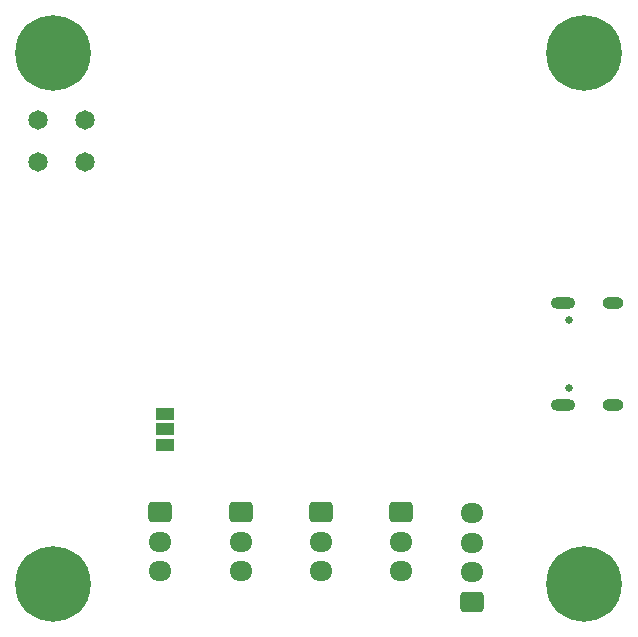
<source format=gbr>
%TF.GenerationSoftware,KiCad,Pcbnew,8.0.9-8.0.9-0~ubuntu24.04.1*%
%TF.CreationDate,2025-04-13T21:31:37+05:00*%
%TF.ProjectId,ThetaAnomalain,54686574-6141-46e6-9f6d-616c61696e2e,rev?*%
%TF.SameCoordinates,Original*%
%TF.FileFunction,Soldermask,Bot*%
%TF.FilePolarity,Negative*%
%FSLAX46Y46*%
G04 Gerber Fmt 4.6, Leading zero omitted, Abs format (unit mm)*
G04 Created by KiCad (PCBNEW 8.0.9-8.0.9-0~ubuntu24.04.1) date 2025-04-13 21:31:37*
%MOMM*%
%LPD*%
G01*
G04 APERTURE LIST*
G04 Aperture macros list*
%AMRoundRect*
0 Rectangle with rounded corners*
0 $1 Rounding radius*
0 $2 $3 $4 $5 $6 $7 $8 $9 X,Y pos of 4 corners*
0 Add a 4 corners polygon primitive as box body*
4,1,4,$2,$3,$4,$5,$6,$7,$8,$9,$2,$3,0*
0 Add four circle primitives for the rounded corners*
1,1,$1+$1,$2,$3*
1,1,$1+$1,$4,$5*
1,1,$1+$1,$6,$7*
1,1,$1+$1,$8,$9*
0 Add four rect primitives between the rounded corners*
20,1,$1+$1,$2,$3,$4,$5,0*
20,1,$1+$1,$4,$5,$6,$7,0*
20,1,$1+$1,$6,$7,$8,$9,0*
20,1,$1+$1,$8,$9,$2,$3,0*%
G04 Aperture macros list end*
%ADD10RoundRect,0.250000X-0.725000X0.600000X-0.725000X-0.600000X0.725000X-0.600000X0.725000X0.600000X0*%
%ADD11O,1.950000X1.700000*%
%ADD12C,0.800000*%
%ADD13C,6.400000*%
%ADD14RoundRect,0.250000X0.725000X-0.600000X0.725000X0.600000X-0.725000X0.600000X-0.725000X-0.600000X0*%
%ADD15C,1.649242*%
%ADD16C,0.650000*%
%ADD17O,2.100000X1.000000*%
%ADD18O,1.800000X1.000000*%
%ADD19R,1.500000X1.000000*%
G04 APERTURE END LIST*
D10*
%TO.C,J4*%
X100700000Y-117900000D03*
D11*
X100700000Y-120400000D03*
X100700000Y-122900000D03*
%TD*%
D12*
%TO.C,H1*%
X120600000Y-79000000D03*
X121302944Y-77302944D03*
X121302944Y-80697056D03*
X123000000Y-76600000D03*
D13*
X123000000Y-79000000D03*
D12*
X123000000Y-81400000D03*
X124697056Y-77302944D03*
X124697056Y-80697056D03*
X125400000Y-79000000D03*
%TD*%
D10*
%TO.C,J3*%
X107500000Y-117900000D03*
D11*
X107500000Y-120400000D03*
X107500000Y-122900000D03*
%TD*%
D14*
%TO.C,J7*%
X113500000Y-125500000D03*
D11*
X113500000Y-123000000D03*
X113500000Y-120500000D03*
X113500000Y-118000000D03*
%TD*%
D15*
%TO.C,J8*%
X76700000Y-84750000D03*
X76700000Y-88250000D03*
X80700000Y-84750000D03*
X80700000Y-88250000D03*
%TD*%
D10*
%TO.C,J6*%
X87100000Y-117900000D03*
D11*
X87100000Y-120400000D03*
X87100000Y-122900000D03*
%TD*%
D12*
%TO.C,H4*%
X120600000Y-124000000D03*
X121302944Y-122302944D03*
X121302944Y-125697056D03*
X123000000Y-121600000D03*
D13*
X123000000Y-124000000D03*
D12*
X123000000Y-126400000D03*
X124697056Y-122302944D03*
X124697056Y-125697056D03*
X125400000Y-124000000D03*
%TD*%
D10*
%TO.C,J5*%
X93900000Y-117900000D03*
D11*
X93900000Y-120400000D03*
X93900000Y-122900000D03*
%TD*%
D12*
%TO.C,H2*%
X75600000Y-124000000D03*
X76302944Y-122302944D03*
X76302944Y-125697056D03*
X78000000Y-121600000D03*
D13*
X78000000Y-124000000D03*
D12*
X78000000Y-126400000D03*
X79697056Y-122302944D03*
X79697056Y-125697056D03*
X80400000Y-124000000D03*
%TD*%
D16*
%TO.C,J1*%
X121695000Y-107390000D03*
X121695000Y-101610000D03*
D17*
X121195000Y-108820000D03*
D18*
X125375000Y-108820000D03*
D17*
X121195000Y-100180000D03*
D18*
X125375000Y-100180000D03*
%TD*%
D12*
%TO.C,H3*%
X75600000Y-79000000D03*
X76302944Y-77302944D03*
X76302944Y-80697056D03*
X78000000Y-76600000D03*
D13*
X78000000Y-79000000D03*
D12*
X78000000Y-81400000D03*
X79697056Y-77302944D03*
X79697056Y-80697056D03*
X80400000Y-79000000D03*
%TD*%
D19*
%TO.C,JP1*%
X87500000Y-109600000D03*
X87500000Y-110900000D03*
X87500000Y-112200000D03*
%TD*%
M02*

</source>
